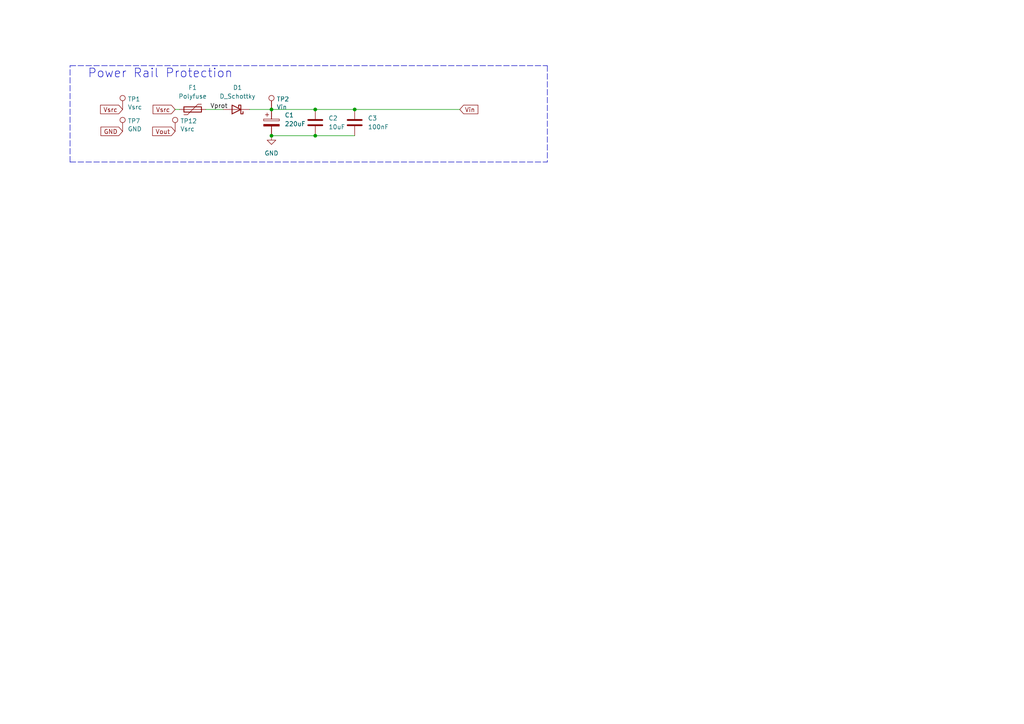
<source format=kicad_sch>
(kicad_sch (version 20211123) (generator eeschema)
  (paper "A4")
  (lib_symbols
    (symbol "Connector:TestPoint" (pin_numbers hide) (pin_names (offset 0.762) hide)
      (property "Reference" "TP" (at 0 6.858 0))
      (property "Value" "TestPoint" (at 0 5.08 0))
      (symbol "TestPoint_0_1"
        (circle (center 0 3.302) (radius 0.762))
      )
      (symbol "TestPoint_1_1"
        (pin passive line (at 0 0 90) (length 2.54) (name "1") (number "1"))
      )
    )
    (symbol "Device:C" (pin_numbers hide) (pin_names (offset 0.254))
      (property "Reference" "C" (at 0.635 2.54 0))
      (property "Value" "C" (at 0.635 -2.54 0))
      (symbol "C_0_1"
        (polyline (pts (xy -2.032 -0.762) (xy 2.032 -0.762)) (stroke (width 0.508)))
        (polyline (pts (xy -2.032 0.762) (xy 2.032 0.762)) (stroke (width 0.508)))
      )
      (symbol "C_1_1"
        (pin passive line (at 0 3.81 270) (length 2.794) (name "~") (number "1"))
        (pin passive line (at 0 -3.81 90) (length 2.794) (name "~") (number "2"))
      )
    )
    (symbol "Device:C_Polarized" (pin_numbers hide) (pin_names (offset 0.254))
      (property "Reference" "C" (at 0.635 2.54 0))
      (property "Value" "C_Polarized" (at 0.635 -2.54 0))
      (symbol "C_Polarized_0_1"
        (rectangle (start -2.286 0.508) (end 2.286 1.016))
        (polyline (pts (xy -1.778 2.286) (xy -0.762 2.286)))
        (polyline (pts (xy -1.27 2.794) (xy -1.27 1.778)))
        (rectangle (start 2.286 -0.508) (end -2.286 -1.016) (fill (type outline)))
      )
      (symbol "C_Polarized_1_1"
        (pin passive line (at 0 3.81 270) (length 2.794) (name "~") (number "1"))
        (pin passive line (at 0 -3.81 90) (length 2.794) (name "~") (number "2"))
      )
    )
    (symbol "Device:D_Schottky" (pin_numbers hide) (pin_names (offset 1.016) hide)
      (property "Reference" "D" (at 0 2.54 0))
      (property "Value" "D_Schottky" (at 0 -2.54 0))
      (symbol "D_Schottky_0_1"
        (polyline (pts (xy 1.27 0) (xy -1.27 0)))
        (polyline (pts (xy 1.27 1.27) (xy 1.27 -1.27) (xy -1.27 0) (xy 1.27 1.27)) (stroke (width 0.254)))
        (polyline (pts (xy -1.905 0.635) (xy -1.905 1.27) (xy -1.27 1.27) (xy -1.27 -1.27) (xy -0.635 -1.27) (xy -0.635 -0.635)) (stroke (width 0.254)))
      )
      (symbol "D_Schottky_1_1"
        (pin passive line (at -3.81 0 0) (length 2.54) (name "K") (number "1"))
        (pin passive line (at 3.81 0 180) (length 2.54) (name "A") (number "2"))
      )
    )
    (symbol "Device:Polyfuse" (pin_numbers hide) (pin_names (offset 0))
      (property "Reference" "F" (at -2.54 0 90))
      (property "Value" "Polyfuse" (at 2.54 0 90))
      (symbol "Polyfuse_0_1"
        (rectangle (start -0.762 2.54) (end 0.762 -2.54) (stroke (width 0.254)))
        (polyline (pts (xy 0 2.54) (xy 0 -2.54)))
        (polyline (pts (xy -1.524 2.54) (xy -1.524 1.524) (xy 1.524 -1.524) (xy 1.524 -2.54)))
      )
      (symbol "Polyfuse_1_1"
        (pin passive line (at 0 3.81 270) (length 1.27) (name "~") (number "1"))
        (pin passive line (at 0 -3.81 90) (length 1.27) (name "~") (number "2"))
      )
    )
    (symbol "power:GND" (power) (pin_names (offset 0))
      (property "Value" "GND" (at 0 -3.81 0))
      (symbol "GND_0_1"
        (polyline (pts (xy 0 0) (xy 0 -1.27) (xy 1.27 -1.27) (xy 0 -2.54) (xy -1.27 -1.27) (xy 0 -1.27)))
      )
      (symbol "GND_1_1"
        (pin power_in line (at 0 0 270) (length 0) hide (name "GND") (number "1"))
      )
    )
  )
  (junction (at 91.44 39.37))
  (junction (at 102.87 31.75))
  (junction (at 78.74 31.75))
  (junction (at 91.44 31.75))
  (junction (at 78.74 39.37))
  (wire (pts (xy 78.74 31.75) (xy 91.44 31.75)))
  (polyline (pts (xy 20.32 46.99) (xy 158.75 46.99)))
  (polyline (pts (xy 158.75 19.05) (xy 158.75 46.99)))
  (wire (pts (xy 91.44 31.75) (xy 102.87 31.75)))
  (wire (pts (xy 59.69 31.75) (xy 64.77 31.75)))
  (wire (pts (xy 91.44 39.37) (xy 102.87 39.37)))
  (wire (pts (xy 78.74 39.37) (xy 91.44 39.37)))
  (wire (pts (xy 102.87 31.75) (xy 133.35 31.75)))
  (polyline (pts (xy 20.32 19.05) (xy 158.75 19.05)))
  (wire (pts (xy 52.07 31.75) (xy 50.8 31.75)))
  (polyline (pts (xy 20.32 46.99) (xy 20.32 19.05)))
  (wire (pts (xy 72.39 31.75) (xy 78.74 31.75)))
  (text "Power Rail Protection" (at 25.4 22.86 0) (effects (font (size 2.54 2.54)) (justify left bottom)))
  (label "Vprot" (at 60.96 31.75 0))
  (global_label "Vsrc" (shape input) (at 35.56 31.75 180) (property "Intersheet References" "${INTERSHEET_REFS}" (effects hide)))
  (global_label "GND" (shape input) (at 35.56 38.1 180) (property "Intersheet References" "${INTERSHEET_REFS}" (effects hide)))
  (global_label "Vout" (shape input) (at 50.8 38.1 180) (property "Intersheet References" "${INTERSHEET_REFS}" (effects hide)))
  (global_label "Vsrc" (shape input) (at 50.8 31.75 180) (property "Intersheet References" "${INTERSHEET_REFS}" (effects hide)))
  (global_label "Vin" (shape input) (at 133.35 31.75 0) (property "Intersheet References" "${INTERSHEET_REFS}" (effects hide)))
  (symbol (lib_id "Device:C") (at 102.87 35.56 0) (unit 1)
    (property "Reference" "C3" (at 106.68 34.2899 0) (effects (justify left)))
    (property "Value" "100nF" (at 106.68 36.8299 0) (effects (justify left)))
    (property "Footprint" "Capacitor_SMD:C_0603_1608Metric" (effects hide))
    (property "LCSC" "C1591" (effects hide))
  )
  (symbol (lib_id "Device:C_Polarized") (at 78.74 35.56 0) (unit 1)
    (property "Reference" "C1" (at 82.55 33.4009 0) (effects (justify left)))
    (property "Value" "220uF" (at 82.55 35.9409 0) (effects (justify left)))
    (property "Footprint" "Capacitor_SMD:CP_Elec_10x10" (effects hide))
    (property "LCSC" "C125977" (effects hide))
  )
  (symbol (lib_id "Connector:TestPoint") (at 35.56 31.75 0) (unit 1) (in_bom no)
    (property "Reference" "TP1" (at 37.0332 28.7528 0) (effects (justify left)))
    (property "Value" "Vsrc" (at 37.0332 31.0642 0) (effects (justify left)))
    (property "Footprint" "tinker:TestPoint_THTPad_D1.0mm_Drill0.5mm" (effects hide))
  )
  (symbol (lib_id "Connector:TestPoint") (at 50.8 38.1 0) (unit 1) (in_bom no) (on_board no)
    (property "Reference" "TP12" (at 52.2732 35.1028 0) (effects (justify left)))
    (property "Value" "Vsrc" (at 52.2732 37.4142 0) (effects (justify left)))
    (property "Footprint" "tinker:TestPoint_THTPad_D1.0mm_Drill0.5mm" (effects hide))
  )
  (symbol (lib_id "Connector:TestPoint") (at 78.74 31.75 0) (unit 1) (in_bom no)
    (property "Reference" "TP2" (at 80.2132 28.7528 0) (effects (justify left)))
    (property "Value" "Vin" (at 80.2132 31.0642 0) (effects (justify left)))
    (property "Footprint" "tinker:TestPoint_THTPad_D1.0mm_Drill0.5mm" (effects hide))
  )
  (symbol (lib_id "Device:D_Schottky") (at 68.58 31.75 180) (unit 1)
    (property "Reference" "D1" (at 68.8975 25.4 0))
    (property "Value" "D_Schottky" (at 68.8975 27.94 0))
    (property "Footprint" "Diode_SMD:D_SMA" (effects hide))
    (property "LCSC" "C3040450" (effects hide))
  )
  (symbol (lib_id "Device:Polyfuse") (at 55.88 31.75 90) (unit 1)
    (property "Reference" "F1" (at 55.88 25.4 90))
    (property "Value" "Polyfuse" (at 55.88 27.94 90))
    (property "Footprint" "tinker:F1206" (effects hide))
    (property "Datasheet" "https://www.lcsc.com/datasheet/lcsc_datasheet_2305121424_BHFUSE-BSMD1206L-260_C960020.pdf" (effects hide))
    (property "LCSC" "C2977524 (random choice)" (effects hide))
    (property "Field5" "BHFuse BSMD1206 family" (effects hide))
    (property "Field6" "https://www.lcsc.com/products/Resettable-Fuses_11042.html?keyword=BSMD1206" (effects hide))
  )
  (symbol (lib_id "Device:C") (at 91.44 35.56 0) (unit 1)
    (property "Reference" "C2" (at 95.25 34.2899 0) (effects (justify left)))
    (property "Value" "10uF" (at 95.25 36.8299 0) (effects (justify left)))
    (property "Footprint" "Capacitor_SMD:C_1206_3216Metric" (effects hide))
  )
  (symbol (lib_id "Connector:TestPoint") (at 35.56 38.1 0) (unit 1) (in_bom no)
    (property "Reference" "TP7" (at 37.0332 35.1028 0) (effects (justify left)))
    (property "Value" "GND" (at 37.0332 37.4142 0) (effects (justify left)))
    (property "Footprint" "tinker:TestPoint_THTPad_D1.0mm_Drill0.5mm" (effects hide))
  )
  (symbol (lib_id "power:GND") (at 78.74 39.37 0) (unit 1)
    (property "Reference" "#PWR0105" (effects hide))
    (property "Value" "GND" (at 78.74 44.45 0))
  )
)
</source>
